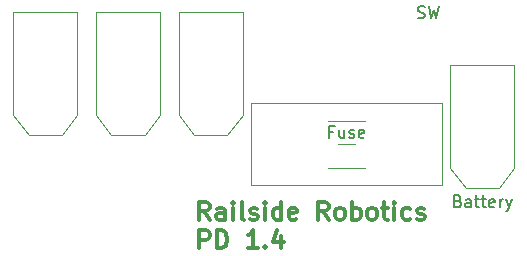
<source format=gbr>
%TF.GenerationSoftware,KiCad,Pcbnew,8.0.5*%
%TF.CreationDate,2024-12-06T12:49:07-05:00*%
%TF.ProjectId,RailsidePDB,5261696c-7369-4646-9550-44422e6b6963,rev?*%
%TF.SameCoordinates,Original*%
%TF.FileFunction,Legend,Top*%
%TF.FilePolarity,Positive*%
%FSLAX46Y46*%
G04 Gerber Fmt 4.6, Leading zero omitted, Abs format (unit mm)*
G04 Created by KiCad (PCBNEW 8.0.5) date 2024-12-06 12:49:07*
%MOMM*%
%LPD*%
G01*
G04 APERTURE LIST*
%ADD10C,0.150000*%
%ADD11C,0.300000*%
%ADD12C,0.120000*%
G04 APERTURE END LIST*
D10*
X103042857Y-64282200D02*
X103185714Y-64329819D01*
X103185714Y-64329819D02*
X103423809Y-64329819D01*
X103423809Y-64329819D02*
X103519047Y-64282200D01*
X103519047Y-64282200D02*
X103566666Y-64234580D01*
X103566666Y-64234580D02*
X103614285Y-64139342D01*
X103614285Y-64139342D02*
X103614285Y-64044104D01*
X103614285Y-64044104D02*
X103566666Y-63948866D01*
X103566666Y-63948866D02*
X103519047Y-63901247D01*
X103519047Y-63901247D02*
X103423809Y-63853628D01*
X103423809Y-63853628D02*
X103233333Y-63806009D01*
X103233333Y-63806009D02*
X103138095Y-63758390D01*
X103138095Y-63758390D02*
X103090476Y-63710771D01*
X103090476Y-63710771D02*
X103042857Y-63615533D01*
X103042857Y-63615533D02*
X103042857Y-63520295D01*
X103042857Y-63520295D02*
X103090476Y-63425057D01*
X103090476Y-63425057D02*
X103138095Y-63377438D01*
X103138095Y-63377438D02*
X103233333Y-63329819D01*
X103233333Y-63329819D02*
X103471428Y-63329819D01*
X103471428Y-63329819D02*
X103614285Y-63377438D01*
X103947619Y-63329819D02*
X104185714Y-64329819D01*
X104185714Y-64329819D02*
X104376190Y-63615533D01*
X104376190Y-63615533D02*
X104566666Y-64329819D01*
X104566666Y-64329819D02*
X104804762Y-63329819D01*
D11*
X85411653Y-81385912D02*
X84911653Y-80671626D01*
X84554510Y-81385912D02*
X84554510Y-79885912D01*
X84554510Y-79885912D02*
X85125939Y-79885912D01*
X85125939Y-79885912D02*
X85268796Y-79957341D01*
X85268796Y-79957341D02*
X85340225Y-80028769D01*
X85340225Y-80028769D02*
X85411653Y-80171626D01*
X85411653Y-80171626D02*
X85411653Y-80385912D01*
X85411653Y-80385912D02*
X85340225Y-80528769D01*
X85340225Y-80528769D02*
X85268796Y-80600198D01*
X85268796Y-80600198D02*
X85125939Y-80671626D01*
X85125939Y-80671626D02*
X84554510Y-80671626D01*
X86697368Y-81385912D02*
X86697368Y-80600198D01*
X86697368Y-80600198D02*
X86625939Y-80457341D01*
X86625939Y-80457341D02*
X86483082Y-80385912D01*
X86483082Y-80385912D02*
X86197368Y-80385912D01*
X86197368Y-80385912D02*
X86054510Y-80457341D01*
X86697368Y-81314484D02*
X86554510Y-81385912D01*
X86554510Y-81385912D02*
X86197368Y-81385912D01*
X86197368Y-81385912D02*
X86054510Y-81314484D01*
X86054510Y-81314484D02*
X85983082Y-81171626D01*
X85983082Y-81171626D02*
X85983082Y-81028769D01*
X85983082Y-81028769D02*
X86054510Y-80885912D01*
X86054510Y-80885912D02*
X86197368Y-80814484D01*
X86197368Y-80814484D02*
X86554510Y-80814484D01*
X86554510Y-80814484D02*
X86697368Y-80743055D01*
X87411653Y-81385912D02*
X87411653Y-80385912D01*
X87411653Y-79885912D02*
X87340225Y-79957341D01*
X87340225Y-79957341D02*
X87411653Y-80028769D01*
X87411653Y-80028769D02*
X87483082Y-79957341D01*
X87483082Y-79957341D02*
X87411653Y-79885912D01*
X87411653Y-79885912D02*
X87411653Y-80028769D01*
X88340225Y-81385912D02*
X88197368Y-81314484D01*
X88197368Y-81314484D02*
X88125939Y-81171626D01*
X88125939Y-81171626D02*
X88125939Y-79885912D01*
X88840225Y-81314484D02*
X88983082Y-81385912D01*
X88983082Y-81385912D02*
X89268796Y-81385912D01*
X89268796Y-81385912D02*
X89411653Y-81314484D01*
X89411653Y-81314484D02*
X89483082Y-81171626D01*
X89483082Y-81171626D02*
X89483082Y-81100198D01*
X89483082Y-81100198D02*
X89411653Y-80957341D01*
X89411653Y-80957341D02*
X89268796Y-80885912D01*
X89268796Y-80885912D02*
X89054511Y-80885912D01*
X89054511Y-80885912D02*
X88911653Y-80814484D01*
X88911653Y-80814484D02*
X88840225Y-80671626D01*
X88840225Y-80671626D02*
X88840225Y-80600198D01*
X88840225Y-80600198D02*
X88911653Y-80457341D01*
X88911653Y-80457341D02*
X89054511Y-80385912D01*
X89054511Y-80385912D02*
X89268796Y-80385912D01*
X89268796Y-80385912D02*
X89411653Y-80457341D01*
X90125939Y-81385912D02*
X90125939Y-80385912D01*
X90125939Y-79885912D02*
X90054511Y-79957341D01*
X90054511Y-79957341D02*
X90125939Y-80028769D01*
X90125939Y-80028769D02*
X90197368Y-79957341D01*
X90197368Y-79957341D02*
X90125939Y-79885912D01*
X90125939Y-79885912D02*
X90125939Y-80028769D01*
X91483083Y-81385912D02*
X91483083Y-79885912D01*
X91483083Y-81314484D02*
X91340225Y-81385912D01*
X91340225Y-81385912D02*
X91054511Y-81385912D01*
X91054511Y-81385912D02*
X90911654Y-81314484D01*
X90911654Y-81314484D02*
X90840225Y-81243055D01*
X90840225Y-81243055D02*
X90768797Y-81100198D01*
X90768797Y-81100198D02*
X90768797Y-80671626D01*
X90768797Y-80671626D02*
X90840225Y-80528769D01*
X90840225Y-80528769D02*
X90911654Y-80457341D01*
X90911654Y-80457341D02*
X91054511Y-80385912D01*
X91054511Y-80385912D02*
X91340225Y-80385912D01*
X91340225Y-80385912D02*
X91483083Y-80457341D01*
X92768797Y-81314484D02*
X92625940Y-81385912D01*
X92625940Y-81385912D02*
X92340226Y-81385912D01*
X92340226Y-81385912D02*
X92197368Y-81314484D01*
X92197368Y-81314484D02*
X92125940Y-81171626D01*
X92125940Y-81171626D02*
X92125940Y-80600198D01*
X92125940Y-80600198D02*
X92197368Y-80457341D01*
X92197368Y-80457341D02*
X92340226Y-80385912D01*
X92340226Y-80385912D02*
X92625940Y-80385912D01*
X92625940Y-80385912D02*
X92768797Y-80457341D01*
X92768797Y-80457341D02*
X92840226Y-80600198D01*
X92840226Y-80600198D02*
X92840226Y-80743055D01*
X92840226Y-80743055D02*
X92125940Y-80885912D01*
X95483082Y-81385912D02*
X94983082Y-80671626D01*
X94625939Y-81385912D02*
X94625939Y-79885912D01*
X94625939Y-79885912D02*
X95197368Y-79885912D01*
X95197368Y-79885912D02*
X95340225Y-79957341D01*
X95340225Y-79957341D02*
X95411654Y-80028769D01*
X95411654Y-80028769D02*
X95483082Y-80171626D01*
X95483082Y-80171626D02*
X95483082Y-80385912D01*
X95483082Y-80385912D02*
X95411654Y-80528769D01*
X95411654Y-80528769D02*
X95340225Y-80600198D01*
X95340225Y-80600198D02*
X95197368Y-80671626D01*
X95197368Y-80671626D02*
X94625939Y-80671626D01*
X96340225Y-81385912D02*
X96197368Y-81314484D01*
X96197368Y-81314484D02*
X96125939Y-81243055D01*
X96125939Y-81243055D02*
X96054511Y-81100198D01*
X96054511Y-81100198D02*
X96054511Y-80671626D01*
X96054511Y-80671626D02*
X96125939Y-80528769D01*
X96125939Y-80528769D02*
X96197368Y-80457341D01*
X96197368Y-80457341D02*
X96340225Y-80385912D01*
X96340225Y-80385912D02*
X96554511Y-80385912D01*
X96554511Y-80385912D02*
X96697368Y-80457341D01*
X96697368Y-80457341D02*
X96768797Y-80528769D01*
X96768797Y-80528769D02*
X96840225Y-80671626D01*
X96840225Y-80671626D02*
X96840225Y-81100198D01*
X96840225Y-81100198D02*
X96768797Y-81243055D01*
X96768797Y-81243055D02*
X96697368Y-81314484D01*
X96697368Y-81314484D02*
X96554511Y-81385912D01*
X96554511Y-81385912D02*
X96340225Y-81385912D01*
X97483082Y-81385912D02*
X97483082Y-79885912D01*
X97483082Y-80457341D02*
X97625940Y-80385912D01*
X97625940Y-80385912D02*
X97911654Y-80385912D01*
X97911654Y-80385912D02*
X98054511Y-80457341D01*
X98054511Y-80457341D02*
X98125940Y-80528769D01*
X98125940Y-80528769D02*
X98197368Y-80671626D01*
X98197368Y-80671626D02*
X98197368Y-81100198D01*
X98197368Y-81100198D02*
X98125940Y-81243055D01*
X98125940Y-81243055D02*
X98054511Y-81314484D01*
X98054511Y-81314484D02*
X97911654Y-81385912D01*
X97911654Y-81385912D02*
X97625940Y-81385912D01*
X97625940Y-81385912D02*
X97483082Y-81314484D01*
X99054511Y-81385912D02*
X98911654Y-81314484D01*
X98911654Y-81314484D02*
X98840225Y-81243055D01*
X98840225Y-81243055D02*
X98768797Y-81100198D01*
X98768797Y-81100198D02*
X98768797Y-80671626D01*
X98768797Y-80671626D02*
X98840225Y-80528769D01*
X98840225Y-80528769D02*
X98911654Y-80457341D01*
X98911654Y-80457341D02*
X99054511Y-80385912D01*
X99054511Y-80385912D02*
X99268797Y-80385912D01*
X99268797Y-80385912D02*
X99411654Y-80457341D01*
X99411654Y-80457341D02*
X99483083Y-80528769D01*
X99483083Y-80528769D02*
X99554511Y-80671626D01*
X99554511Y-80671626D02*
X99554511Y-81100198D01*
X99554511Y-81100198D02*
X99483083Y-81243055D01*
X99483083Y-81243055D02*
X99411654Y-81314484D01*
X99411654Y-81314484D02*
X99268797Y-81385912D01*
X99268797Y-81385912D02*
X99054511Y-81385912D01*
X99983083Y-80385912D02*
X100554511Y-80385912D01*
X100197368Y-79885912D02*
X100197368Y-81171626D01*
X100197368Y-81171626D02*
X100268797Y-81314484D01*
X100268797Y-81314484D02*
X100411654Y-81385912D01*
X100411654Y-81385912D02*
X100554511Y-81385912D01*
X101054511Y-81385912D02*
X101054511Y-80385912D01*
X101054511Y-79885912D02*
X100983083Y-79957341D01*
X100983083Y-79957341D02*
X101054511Y-80028769D01*
X101054511Y-80028769D02*
X101125940Y-79957341D01*
X101125940Y-79957341D02*
X101054511Y-79885912D01*
X101054511Y-79885912D02*
X101054511Y-80028769D01*
X102411655Y-81314484D02*
X102268797Y-81385912D01*
X102268797Y-81385912D02*
X101983083Y-81385912D01*
X101983083Y-81385912D02*
X101840226Y-81314484D01*
X101840226Y-81314484D02*
X101768797Y-81243055D01*
X101768797Y-81243055D02*
X101697369Y-81100198D01*
X101697369Y-81100198D02*
X101697369Y-80671626D01*
X101697369Y-80671626D02*
X101768797Y-80528769D01*
X101768797Y-80528769D02*
X101840226Y-80457341D01*
X101840226Y-80457341D02*
X101983083Y-80385912D01*
X101983083Y-80385912D02*
X102268797Y-80385912D01*
X102268797Y-80385912D02*
X102411655Y-80457341D01*
X102983083Y-81314484D02*
X103125940Y-81385912D01*
X103125940Y-81385912D02*
X103411654Y-81385912D01*
X103411654Y-81385912D02*
X103554511Y-81314484D01*
X103554511Y-81314484D02*
X103625940Y-81171626D01*
X103625940Y-81171626D02*
X103625940Y-81100198D01*
X103625940Y-81100198D02*
X103554511Y-80957341D01*
X103554511Y-80957341D02*
X103411654Y-80885912D01*
X103411654Y-80885912D02*
X103197369Y-80885912D01*
X103197369Y-80885912D02*
X103054511Y-80814484D01*
X103054511Y-80814484D02*
X102983083Y-80671626D01*
X102983083Y-80671626D02*
X102983083Y-80600198D01*
X102983083Y-80600198D02*
X103054511Y-80457341D01*
X103054511Y-80457341D02*
X103197369Y-80385912D01*
X103197369Y-80385912D02*
X103411654Y-80385912D01*
X103411654Y-80385912D02*
X103554511Y-80457341D01*
X84554510Y-83800828D02*
X84554510Y-82300828D01*
X84554510Y-82300828D02*
X85125939Y-82300828D01*
X85125939Y-82300828D02*
X85268796Y-82372257D01*
X85268796Y-82372257D02*
X85340225Y-82443685D01*
X85340225Y-82443685D02*
X85411653Y-82586542D01*
X85411653Y-82586542D02*
X85411653Y-82800828D01*
X85411653Y-82800828D02*
X85340225Y-82943685D01*
X85340225Y-82943685D02*
X85268796Y-83015114D01*
X85268796Y-83015114D02*
X85125939Y-83086542D01*
X85125939Y-83086542D02*
X84554510Y-83086542D01*
X86054510Y-83800828D02*
X86054510Y-82300828D01*
X86054510Y-82300828D02*
X86411653Y-82300828D01*
X86411653Y-82300828D02*
X86625939Y-82372257D01*
X86625939Y-82372257D02*
X86768796Y-82515114D01*
X86768796Y-82515114D02*
X86840225Y-82657971D01*
X86840225Y-82657971D02*
X86911653Y-82943685D01*
X86911653Y-82943685D02*
X86911653Y-83157971D01*
X86911653Y-83157971D02*
X86840225Y-83443685D01*
X86840225Y-83443685D02*
X86768796Y-83586542D01*
X86768796Y-83586542D02*
X86625939Y-83729400D01*
X86625939Y-83729400D02*
X86411653Y-83800828D01*
X86411653Y-83800828D02*
X86054510Y-83800828D01*
X89483082Y-83800828D02*
X88625939Y-83800828D01*
X89054510Y-83800828D02*
X89054510Y-82300828D01*
X89054510Y-82300828D02*
X88911653Y-82515114D01*
X88911653Y-82515114D02*
X88768796Y-82657971D01*
X88768796Y-82657971D02*
X88625939Y-82729400D01*
X90125938Y-83657971D02*
X90197367Y-83729400D01*
X90197367Y-83729400D02*
X90125938Y-83800828D01*
X90125938Y-83800828D02*
X90054510Y-83729400D01*
X90054510Y-83729400D02*
X90125938Y-83657971D01*
X90125938Y-83657971D02*
X90125938Y-83800828D01*
X91483082Y-82800828D02*
X91483082Y-83800828D01*
X91125939Y-82229400D02*
X90768796Y-83300828D01*
X90768796Y-83300828D02*
X91697367Y-83300828D01*
D10*
X106428570Y-79821009D02*
X106571427Y-79868628D01*
X106571427Y-79868628D02*
X106619046Y-79916247D01*
X106619046Y-79916247D02*
X106666665Y-80011485D01*
X106666665Y-80011485D02*
X106666665Y-80154342D01*
X106666665Y-80154342D02*
X106619046Y-80249580D01*
X106619046Y-80249580D02*
X106571427Y-80297200D01*
X106571427Y-80297200D02*
X106476189Y-80344819D01*
X106476189Y-80344819D02*
X106095237Y-80344819D01*
X106095237Y-80344819D02*
X106095237Y-79344819D01*
X106095237Y-79344819D02*
X106428570Y-79344819D01*
X106428570Y-79344819D02*
X106523808Y-79392438D01*
X106523808Y-79392438D02*
X106571427Y-79440057D01*
X106571427Y-79440057D02*
X106619046Y-79535295D01*
X106619046Y-79535295D02*
X106619046Y-79630533D01*
X106619046Y-79630533D02*
X106571427Y-79725771D01*
X106571427Y-79725771D02*
X106523808Y-79773390D01*
X106523808Y-79773390D02*
X106428570Y-79821009D01*
X106428570Y-79821009D02*
X106095237Y-79821009D01*
X107523808Y-80344819D02*
X107523808Y-79821009D01*
X107523808Y-79821009D02*
X107476189Y-79725771D01*
X107476189Y-79725771D02*
X107380951Y-79678152D01*
X107380951Y-79678152D02*
X107190475Y-79678152D01*
X107190475Y-79678152D02*
X107095237Y-79725771D01*
X107523808Y-80297200D02*
X107428570Y-80344819D01*
X107428570Y-80344819D02*
X107190475Y-80344819D01*
X107190475Y-80344819D02*
X107095237Y-80297200D01*
X107095237Y-80297200D02*
X107047618Y-80201961D01*
X107047618Y-80201961D02*
X107047618Y-80106723D01*
X107047618Y-80106723D02*
X107095237Y-80011485D01*
X107095237Y-80011485D02*
X107190475Y-79963866D01*
X107190475Y-79963866D02*
X107428570Y-79963866D01*
X107428570Y-79963866D02*
X107523808Y-79916247D01*
X107857142Y-79678152D02*
X108238094Y-79678152D01*
X107999999Y-79344819D02*
X107999999Y-80201961D01*
X107999999Y-80201961D02*
X108047618Y-80297200D01*
X108047618Y-80297200D02*
X108142856Y-80344819D01*
X108142856Y-80344819D02*
X108238094Y-80344819D01*
X108428571Y-79678152D02*
X108809523Y-79678152D01*
X108571428Y-79344819D02*
X108571428Y-80201961D01*
X108571428Y-80201961D02*
X108619047Y-80297200D01*
X108619047Y-80297200D02*
X108714285Y-80344819D01*
X108714285Y-80344819D02*
X108809523Y-80344819D01*
X109523809Y-80297200D02*
X109428571Y-80344819D01*
X109428571Y-80344819D02*
X109238095Y-80344819D01*
X109238095Y-80344819D02*
X109142857Y-80297200D01*
X109142857Y-80297200D02*
X109095238Y-80201961D01*
X109095238Y-80201961D02*
X109095238Y-79821009D01*
X109095238Y-79821009D02*
X109142857Y-79725771D01*
X109142857Y-79725771D02*
X109238095Y-79678152D01*
X109238095Y-79678152D02*
X109428571Y-79678152D01*
X109428571Y-79678152D02*
X109523809Y-79725771D01*
X109523809Y-79725771D02*
X109571428Y-79821009D01*
X109571428Y-79821009D02*
X109571428Y-79916247D01*
X109571428Y-79916247D02*
X109095238Y-80011485D01*
X110000000Y-80344819D02*
X110000000Y-79678152D01*
X110000000Y-79868628D02*
X110047619Y-79773390D01*
X110047619Y-79773390D02*
X110095238Y-79725771D01*
X110095238Y-79725771D02*
X110190476Y-79678152D01*
X110190476Y-79678152D02*
X110285714Y-79678152D01*
X110523810Y-79678152D02*
X110761905Y-80344819D01*
X111000000Y-79678152D02*
X110761905Y-80344819D01*
X110761905Y-80344819D02*
X110666667Y-80582914D01*
X110666667Y-80582914D02*
X110619048Y-80630533D01*
X110619048Y-80630533D02*
X110523810Y-80678152D01*
X95857142Y-73931009D02*
X95523809Y-73931009D01*
X95523809Y-74454819D02*
X95523809Y-73454819D01*
X95523809Y-73454819D02*
X95999999Y-73454819D01*
X96809523Y-73788152D02*
X96809523Y-74454819D01*
X96380952Y-73788152D02*
X96380952Y-74311961D01*
X96380952Y-74311961D02*
X96428571Y-74407200D01*
X96428571Y-74407200D02*
X96523809Y-74454819D01*
X96523809Y-74454819D02*
X96666666Y-74454819D01*
X96666666Y-74454819D02*
X96761904Y-74407200D01*
X96761904Y-74407200D02*
X96809523Y-74359580D01*
X97238095Y-74407200D02*
X97333333Y-74454819D01*
X97333333Y-74454819D02*
X97523809Y-74454819D01*
X97523809Y-74454819D02*
X97619047Y-74407200D01*
X97619047Y-74407200D02*
X97666666Y-74311961D01*
X97666666Y-74311961D02*
X97666666Y-74264342D01*
X97666666Y-74264342D02*
X97619047Y-74169104D01*
X97619047Y-74169104D02*
X97523809Y-74121485D01*
X97523809Y-74121485D02*
X97380952Y-74121485D01*
X97380952Y-74121485D02*
X97285714Y-74073866D01*
X97285714Y-74073866D02*
X97238095Y-73978628D01*
X97238095Y-73978628D02*
X97238095Y-73931009D01*
X97238095Y-73931009D02*
X97285714Y-73835771D01*
X97285714Y-73835771D02*
X97380952Y-73788152D01*
X97380952Y-73788152D02*
X97523809Y-73788152D01*
X97523809Y-73788152D02*
X97619047Y-73835771D01*
X98476190Y-74407200D02*
X98380952Y-74454819D01*
X98380952Y-74454819D02*
X98190476Y-74454819D01*
X98190476Y-74454819D02*
X98095238Y-74407200D01*
X98095238Y-74407200D02*
X98047619Y-74311961D01*
X98047619Y-74311961D02*
X98047619Y-73931009D01*
X98047619Y-73931009D02*
X98095238Y-73835771D01*
X98095238Y-73835771D02*
X98190476Y-73788152D01*
X98190476Y-73788152D02*
X98380952Y-73788152D01*
X98380952Y-73788152D02*
X98476190Y-73835771D01*
X98476190Y-73835771D02*
X98523809Y-73931009D01*
X98523809Y-73931009D02*
X98523809Y-74026247D01*
X98523809Y-74026247D02*
X98047619Y-74121485D01*
D12*
%TO.C,BT2*%
X75790000Y-63790000D02*
X81210000Y-63790000D01*
X75790000Y-72510000D02*
X75790000Y-63790000D01*
X77090000Y-74210000D02*
X75790000Y-72510000D01*
X77090000Y-74210000D02*
X79910000Y-74210000D01*
X79910000Y-74210000D02*
X81210000Y-72510000D01*
X81210000Y-72510000D02*
X81210000Y-63790000D01*
%TO.C,BT3*%
X68790000Y-63790000D02*
X74210000Y-63790000D01*
X68790000Y-72510000D02*
X68790000Y-63790000D01*
X70090000Y-74210000D02*
X68790000Y-72510000D01*
X70090000Y-74210000D02*
X72910000Y-74210000D01*
X72910000Y-74210000D02*
X74210000Y-72510000D01*
X74210000Y-72510000D02*
X74210000Y-63790000D01*
%TO.C,BT4*%
X105790000Y-68290000D02*
X111210000Y-68290000D01*
X105790000Y-77010000D02*
X105790000Y-68290000D01*
X107090000Y-78710000D02*
X105790000Y-77010000D01*
X107090000Y-78710000D02*
X109910000Y-78710000D01*
X109910000Y-78710000D02*
X111210000Y-77010000D01*
X111210000Y-77010000D02*
X111210000Y-68290000D01*
%TO.C,Fuse*%
X88900000Y-71530000D02*
X88900000Y-78470000D01*
X88900000Y-78470000D02*
X105100000Y-78470000D01*
X95400000Y-73000000D02*
X98600000Y-73000000D01*
X96250000Y-75000000D02*
X97750000Y-75000000D01*
X98600000Y-77000000D02*
X95400000Y-77000000D01*
X105100000Y-71530000D02*
X88900000Y-71530000D01*
X105100000Y-78470000D02*
X105100000Y-71530000D01*
%TO.C,BT1*%
X82790000Y-63790000D02*
X88210000Y-63790000D01*
X82790000Y-72510000D02*
X82790000Y-63790000D01*
X84090000Y-74210000D02*
X82790000Y-72510000D01*
X84090000Y-74210000D02*
X86910000Y-74210000D01*
X86910000Y-74210000D02*
X88210000Y-72510000D01*
X88210000Y-72510000D02*
X88210000Y-63790000D01*
%TD*%
M02*

</source>
